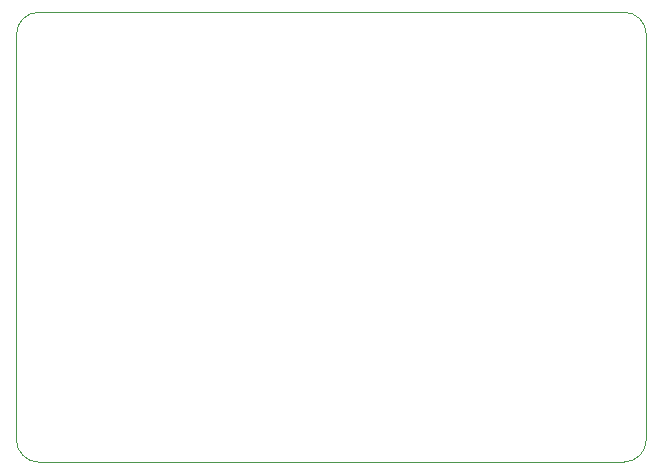
<source format=gbr>
%TF.GenerationSoftware,KiCad,Pcbnew,(5.1.2)-2*%
%TF.CreationDate,2019-07-04T00:25:09-07:00*%
%TF.ProjectId,PowerStage SubBoard 0-2,506f7765-7253-4746-9167-652053756242,rev?*%
%TF.SameCoordinates,Original*%
%TF.FileFunction,Profile,NP*%
%FSLAX46Y46*%
G04 Gerber Fmt 4.6, Leading zero omitted, Abs format (unit mm)*
G04 Created by KiCad (PCBNEW (5.1.2)-2) date 2019-07-04 00:25:09*
%MOMM*%
%LPD*%
G04 APERTURE LIST*
%ADD10C,0.100000*%
G04 APERTURE END LIST*
D10*
X131445000Y-114935000D02*
G75*
G02X129540000Y-113030000I0J1905000D01*
G01*
X129540000Y-78740000D02*
G75*
G02X131445000Y-76835000I1905000J0D01*
G01*
X180975000Y-76835000D02*
G75*
G02X182880000Y-78740000I0J-1905000D01*
G01*
X182880000Y-113030000D02*
G75*
G02X180975000Y-114935000I-1905000J0D01*
G01*
X129540000Y-113030000D02*
X129540000Y-78740000D01*
X180975000Y-114935000D02*
X131445000Y-114935000D01*
X182880000Y-78740000D02*
X182880000Y-113030000D01*
X131445000Y-76835000D02*
X180975000Y-76835000D01*
M02*

</source>
